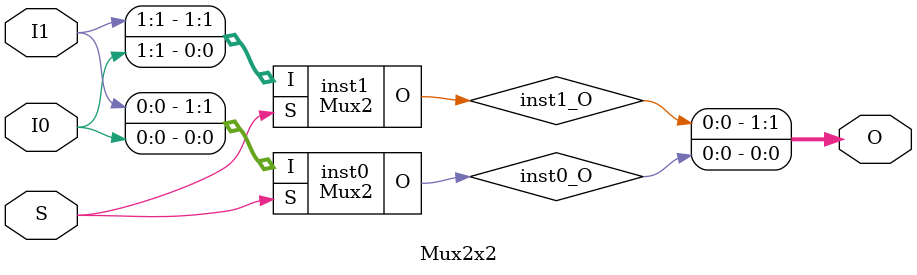
<source format=v>
module Mux2 (input [1:0] I, input  S, output  O);
wire  inst0_O;
LUT3 #(.INIT(8'hCA)) inst0 (.I0(I[0]), .I1(I[1]), .I2(S), .O(inst0_O));
assign O = inst0_O;
endmodule

module Mux2x2 (input [1:0] I0, input [1:0] I1, input  S, output [1:0] O);
wire  inst0_O;
wire  inst1_O;
Mux2 inst0 (.I({I1[0],I0[0]}), .S(S), .O(inst0_O));
Mux2 inst1 (.I({I1[1],I0[1]}), .S(S), .O(inst1_O));
assign O = {inst1_O,inst0_O};
endmodule


</source>
